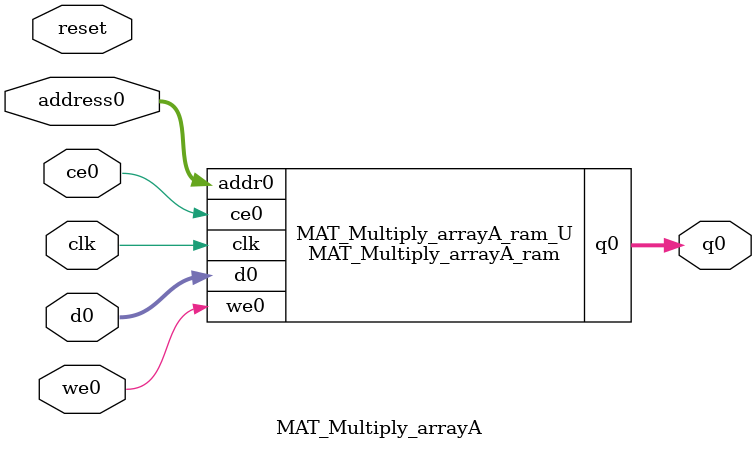
<source format=v>

`timescale 1 ns / 1 ps
module MAT_Multiply_arrayA_ram (addr0, ce0, d0, we0, q0,  clk);

parameter DWIDTH = 3200;
parameter AWIDTH = 7;
parameter MEM_SIZE = 100;

input[AWIDTH-1:0] addr0;
input ce0;
input[DWIDTH-1:0] d0;
input we0;
output reg[DWIDTH-1:0] q0;
input clk;

(* ram_style = "block" *)reg [DWIDTH-1:0] ram[MEM_SIZE-1:0];




always @(posedge clk)  
begin 
    if (ce0) 
    begin
        if (we0) 
        begin 
            ram[addr0] <= d0; 
            q0 <= d0;
        end 
        else 
            q0 <= ram[addr0];
    end
end


endmodule


`timescale 1 ns / 1 ps
module MAT_Multiply_arrayA(
    reset,
    clk,
    address0,
    ce0,
    we0,
    d0,
    q0);

parameter DataWidth = 32'd3200;
parameter AddressRange = 32'd100;
parameter AddressWidth = 32'd7;
input reset;
input clk;
input[AddressWidth - 1:0] address0;
input ce0;
input we0;
input[DataWidth - 1:0] d0;
output[DataWidth - 1:0] q0;



MAT_Multiply_arrayA_ram MAT_Multiply_arrayA_ram_U(
    .clk( clk ),
    .addr0( address0 ),
    .ce0( ce0 ),
    .d0( d0 ),
    .we0( we0 ),
    .q0( q0 ));

endmodule


</source>
